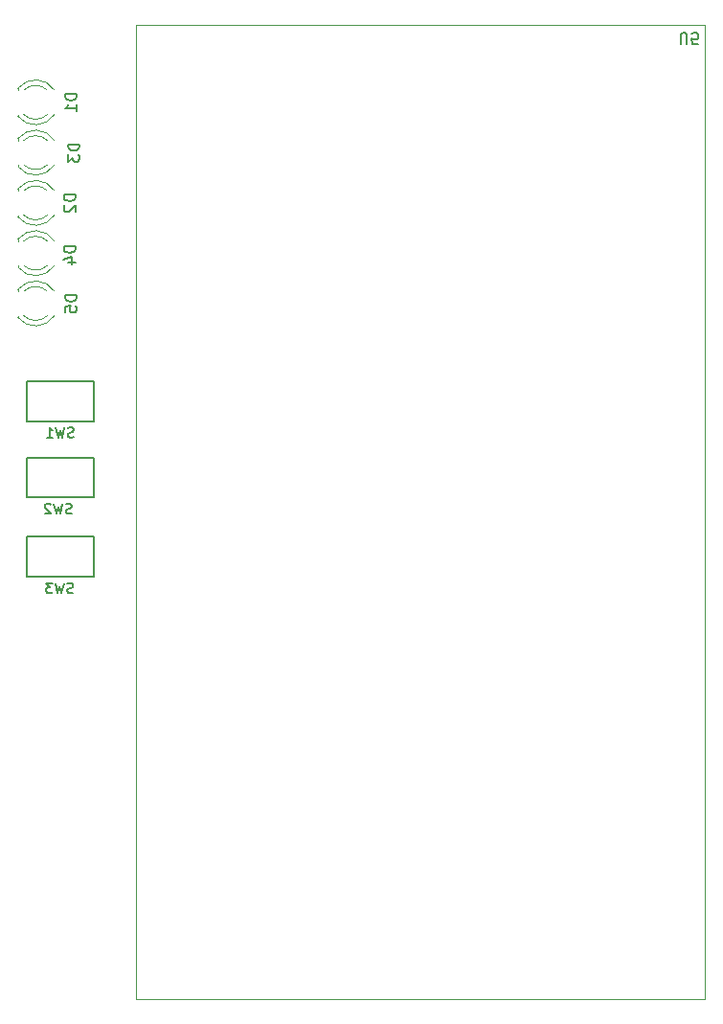
<source format=gbr>
%TF.GenerationSoftware,KiCad,Pcbnew,(6.0.10)*%
%TF.CreationDate,2023-01-18T20:55:07+05:30*%
%TF.ProjectId,RDX v2,52445820-7632-42e6-9b69-6361645f7063,rev?*%
%TF.SameCoordinates,Original*%
%TF.FileFunction,Legend,Bot*%
%TF.FilePolarity,Positive*%
%FSLAX46Y46*%
G04 Gerber Fmt 4.6, Leading zero omitted, Abs format (unit mm)*
G04 Created by KiCad (PCBNEW (6.0.10)) date 2023-01-18 20:55:07*
%MOMM*%
%LPD*%
G01*
G04 APERTURE LIST*
%ADD10C,0.150000*%
%ADD11C,0.127000*%
%ADD12C,0.120000*%
G04 APERTURE END LIST*
D10*
%TO.C,D1*%
X78684380Y-63904904D02*
X77684380Y-63904904D01*
X77684380Y-64143000D01*
X77732000Y-64285857D01*
X77827238Y-64381095D01*
X77922476Y-64428714D01*
X78112952Y-64476333D01*
X78255809Y-64476333D01*
X78446285Y-64428714D01*
X78541523Y-64381095D01*
X78636761Y-64285857D01*
X78684380Y-64143000D01*
X78684380Y-63904904D01*
X78684380Y-65428714D02*
X78684380Y-64857285D01*
X78684380Y-65143000D02*
X77684380Y-65143000D01*
X77827238Y-65047761D01*
X77922476Y-64952523D01*
X77970095Y-64857285D01*
%TO.C,D3*%
X78938380Y-68349904D02*
X77938380Y-68349904D01*
X77938380Y-68588000D01*
X77986000Y-68730857D01*
X78081238Y-68826095D01*
X78176476Y-68873714D01*
X78366952Y-68921333D01*
X78509809Y-68921333D01*
X78700285Y-68873714D01*
X78795523Y-68826095D01*
X78890761Y-68730857D01*
X78938380Y-68588000D01*
X78938380Y-68349904D01*
X77938380Y-69254666D02*
X77938380Y-69873714D01*
X78319333Y-69540380D01*
X78319333Y-69683238D01*
X78366952Y-69778476D01*
X78414571Y-69826095D01*
X78509809Y-69873714D01*
X78747904Y-69873714D01*
X78843142Y-69826095D01*
X78890761Y-69778476D01*
X78938380Y-69683238D01*
X78938380Y-69397523D01*
X78890761Y-69302285D01*
X78843142Y-69254666D01*
%TO.C,D2*%
X78562380Y-72794904D02*
X77562380Y-72794904D01*
X77562380Y-73033000D01*
X77610000Y-73175857D01*
X77705238Y-73271095D01*
X77800476Y-73318714D01*
X77990952Y-73366333D01*
X78133809Y-73366333D01*
X78324285Y-73318714D01*
X78419523Y-73271095D01*
X78514761Y-73175857D01*
X78562380Y-73033000D01*
X78562380Y-72794904D01*
X77657619Y-73747285D02*
X77610000Y-73794904D01*
X77562380Y-73890142D01*
X77562380Y-74128238D01*
X77610000Y-74223476D01*
X77657619Y-74271095D01*
X77752857Y-74318714D01*
X77848095Y-74318714D01*
X77990952Y-74271095D01*
X78562380Y-73699666D01*
X78562380Y-74318714D01*
D11*
%TO.C,SW3*%
X78375166Y-107979400D02*
X78248248Y-108021706D01*
X78036719Y-108021706D01*
X77952107Y-107979400D01*
X77909801Y-107937094D01*
X77867495Y-107852482D01*
X77867495Y-107767870D01*
X77909801Y-107683258D01*
X77952107Y-107640952D01*
X78036719Y-107598647D01*
X78205942Y-107556341D01*
X78290554Y-107514035D01*
X78332860Y-107471729D01*
X78375166Y-107387117D01*
X78375166Y-107302505D01*
X78332860Y-107217893D01*
X78290554Y-107175587D01*
X78205942Y-107133281D01*
X77994413Y-107133281D01*
X77867495Y-107175587D01*
X77571353Y-107133281D02*
X77359823Y-108021706D01*
X77190600Y-107387117D01*
X77021376Y-108021706D01*
X76809846Y-107133281D01*
X76556010Y-107133281D02*
X76006033Y-107133281D01*
X76302175Y-107471729D01*
X76175257Y-107471729D01*
X76090645Y-107514035D01*
X76048339Y-107556341D01*
X76006033Y-107640952D01*
X76006033Y-107852482D01*
X76048339Y-107937094D01*
X76090645Y-107979400D01*
X76175257Y-108021706D01*
X76429092Y-108021706D01*
X76513704Y-107979400D01*
X76556010Y-107937094D01*
D10*
%TO.C,U5*%
X132080095Y-59475619D02*
X132080095Y-58666095D01*
X132127714Y-58570857D01*
X132175333Y-58523238D01*
X132270571Y-58475619D01*
X132461047Y-58475619D01*
X132556285Y-58523238D01*
X132603904Y-58570857D01*
X132651523Y-58666095D01*
X132651523Y-59475619D01*
X133603904Y-59475619D02*
X133127714Y-59475619D01*
X133080095Y-58999428D01*
X133127714Y-59047047D01*
X133222952Y-59094666D01*
X133461047Y-59094666D01*
X133556285Y-59047047D01*
X133603904Y-58999428D01*
X133651523Y-58904190D01*
X133651523Y-58666095D01*
X133603904Y-58570857D01*
X133556285Y-58523238D01*
X133461047Y-58475619D01*
X133222952Y-58475619D01*
X133127714Y-58523238D01*
X133080095Y-58570857D01*
%TO.C,D5*%
X78684380Y-81684904D02*
X77684380Y-81684904D01*
X77684380Y-81923000D01*
X77732000Y-82065857D01*
X77827238Y-82161095D01*
X77922476Y-82208714D01*
X78112952Y-82256333D01*
X78255809Y-82256333D01*
X78446285Y-82208714D01*
X78541523Y-82161095D01*
X78636761Y-82065857D01*
X78684380Y-81923000D01*
X78684380Y-81684904D01*
X77684380Y-83161095D02*
X77684380Y-82684904D01*
X78160571Y-82637285D01*
X78112952Y-82684904D01*
X78065333Y-82780142D01*
X78065333Y-83018238D01*
X78112952Y-83113476D01*
X78160571Y-83161095D01*
X78255809Y-83208714D01*
X78493904Y-83208714D01*
X78589142Y-83161095D01*
X78636761Y-83113476D01*
X78684380Y-83018238D01*
X78684380Y-82780142D01*
X78636761Y-82684904D01*
X78589142Y-82637285D01*
D11*
%TO.C,SW1*%
X78425966Y-94238000D02*
X78299048Y-94280306D01*
X78087519Y-94280306D01*
X78002907Y-94238000D01*
X77960601Y-94195694D01*
X77918295Y-94111082D01*
X77918295Y-94026470D01*
X77960601Y-93941858D01*
X78002907Y-93899552D01*
X78087519Y-93857247D01*
X78256742Y-93814941D01*
X78341354Y-93772635D01*
X78383660Y-93730329D01*
X78425966Y-93645717D01*
X78425966Y-93561105D01*
X78383660Y-93476493D01*
X78341354Y-93434187D01*
X78256742Y-93391881D01*
X78045213Y-93391881D01*
X77918295Y-93434187D01*
X77622153Y-93391881D02*
X77410623Y-94280306D01*
X77241400Y-93645717D01*
X77072176Y-94280306D01*
X76860646Y-93391881D01*
X76056833Y-94280306D02*
X76564504Y-94280306D01*
X76310669Y-94280306D02*
X76310669Y-93391881D01*
X76395280Y-93518799D01*
X76479892Y-93603411D01*
X76564504Y-93645717D01*
D10*
%TO.C,D4*%
X78557380Y-77366904D02*
X77557380Y-77366904D01*
X77557380Y-77605000D01*
X77605000Y-77747857D01*
X77700238Y-77843095D01*
X77795476Y-77890714D01*
X77985952Y-77938333D01*
X78128809Y-77938333D01*
X78319285Y-77890714D01*
X78414523Y-77843095D01*
X78509761Y-77747857D01*
X78557380Y-77605000D01*
X78557380Y-77366904D01*
X77890714Y-78795476D02*
X78557380Y-78795476D01*
X77509761Y-78557380D02*
X78224047Y-78319285D01*
X78224047Y-78938333D01*
D11*
%TO.C,SW2*%
X78222766Y-100969000D02*
X78095848Y-101011306D01*
X77884319Y-101011306D01*
X77799707Y-100969000D01*
X77757401Y-100926694D01*
X77715095Y-100842082D01*
X77715095Y-100757470D01*
X77757401Y-100672858D01*
X77799707Y-100630552D01*
X77884319Y-100588247D01*
X78053542Y-100545941D01*
X78138154Y-100503635D01*
X78180460Y-100461329D01*
X78222766Y-100376717D01*
X78222766Y-100292105D01*
X78180460Y-100207493D01*
X78138154Y-100165187D01*
X78053542Y-100122881D01*
X77842013Y-100122881D01*
X77715095Y-100165187D01*
X77418953Y-100122881D02*
X77207423Y-101011306D01*
X77038200Y-100376717D01*
X76868976Y-101011306D01*
X76657446Y-100122881D01*
X76361304Y-100207493D02*
X76318998Y-100165187D01*
X76234386Y-100122881D01*
X76022857Y-100122881D01*
X75938245Y-100165187D01*
X75895939Y-100207493D01*
X75853633Y-100292105D01*
X75853633Y-100376717D01*
X75895939Y-100503635D01*
X76403610Y-101011306D01*
X75853633Y-101011306D01*
D12*
%TO.C,D1*%
X73492000Y-63563000D02*
X73492000Y-63407000D01*
X73492000Y-65879000D02*
X73492000Y-65723000D01*
X74011039Y-65723000D02*
G75*
G03*
X76093130Y-65722837I1040961J1080000D01*
G01*
X76093130Y-63563163D02*
G75*
G03*
X74011039Y-63563000I-1041130J-1079837D01*
G01*
X73492000Y-65878516D02*
G75*
G03*
X76724335Y-65721608I1560000J1235516D01*
G01*
X76724335Y-63564392D02*
G75*
G03*
X73492000Y-63407484I-1672335J-1078608D01*
G01*
%TO.C,D3*%
X73492000Y-68008000D02*
X73492000Y-67852000D01*
X73492000Y-70324000D02*
X73492000Y-70168000D01*
X76724335Y-68009392D02*
G75*
G03*
X73492000Y-67852484I-1672335J-1078608D01*
G01*
X73492000Y-70323516D02*
G75*
G03*
X76724335Y-70166608I1560000J1235516D01*
G01*
X76093130Y-68008163D02*
G75*
G03*
X74011039Y-68008000I-1041130J-1079837D01*
G01*
X74011039Y-70168000D02*
G75*
G03*
X76093130Y-70167837I1040961J1080000D01*
G01*
%TO.C,D2*%
X73492000Y-72453000D02*
X73492000Y-72297000D01*
X73492000Y-74769000D02*
X73492000Y-74613000D01*
X76724335Y-72454392D02*
G75*
G03*
X73492000Y-72297484I-1672335J-1078608D01*
G01*
X73492000Y-74768516D02*
G75*
G03*
X76724335Y-74611608I1560000J1235516D01*
G01*
X76093130Y-72453163D02*
G75*
G03*
X74011039Y-72453000I-1041130J-1079837D01*
G01*
X74011039Y-74613000D02*
G75*
G03*
X76093130Y-74612837I1040961J1080000D01*
G01*
D11*
%TO.C,SW3*%
X74241400Y-106550400D02*
X74241400Y-103050400D01*
X80241400Y-106550400D02*
X74241400Y-106550400D01*
X74241400Y-103050400D02*
X80241400Y-103050400D01*
X80241400Y-103050400D02*
X80241400Y-106550400D01*
D12*
%TO.C,U5*%
X134239000Y-57785000D02*
X83947000Y-57785000D01*
X83947000Y-57785000D02*
X83947000Y-143891000D01*
X83947000Y-143891000D02*
X134239000Y-143891000D01*
X134239000Y-143891000D02*
X134239000Y-57785000D01*
%TO.C,D5*%
X73492000Y-83659000D02*
X73492000Y-83503000D01*
X73492000Y-81343000D02*
X73492000Y-81187000D01*
X74011039Y-83503000D02*
G75*
G03*
X76093130Y-83502837I1040961J1080000D01*
G01*
X76093130Y-81343163D02*
G75*
G03*
X74011039Y-81343000I-1041130J-1079837D01*
G01*
X76724335Y-81344392D02*
G75*
G03*
X73492000Y-81187484I-1672335J-1078608D01*
G01*
X73492000Y-83658516D02*
G75*
G03*
X76724335Y-83501608I1560000J1235516D01*
G01*
D11*
%TO.C,SW1*%
X80241400Y-92834400D02*
X74241400Y-92834400D01*
X80241400Y-89334400D02*
X80241400Y-92834400D01*
X74241400Y-92834400D02*
X74241400Y-89334400D01*
X74241400Y-89334400D02*
X80241400Y-89334400D01*
D12*
%TO.C,D4*%
X73492000Y-76898000D02*
X73492000Y-76742000D01*
X73492000Y-79214000D02*
X73492000Y-79058000D01*
X76093130Y-76898163D02*
G75*
G03*
X74011039Y-76898000I-1041130J-1079837D01*
G01*
X73492000Y-79213516D02*
G75*
G03*
X76724335Y-79056608I1560000J1235516D01*
G01*
X76724335Y-76899392D02*
G75*
G03*
X73492000Y-76742484I-1672335J-1078608D01*
G01*
X74011039Y-79058000D02*
G75*
G03*
X76093130Y-79057837I1040961J1080000D01*
G01*
D11*
%TO.C,SW2*%
X80241400Y-96065400D02*
X80241400Y-99565400D01*
X80241400Y-99565400D02*
X74241400Y-99565400D01*
X74241400Y-96065400D02*
X80241400Y-96065400D01*
X74241400Y-99565400D02*
X74241400Y-96065400D01*
%TD*%
M02*

</source>
